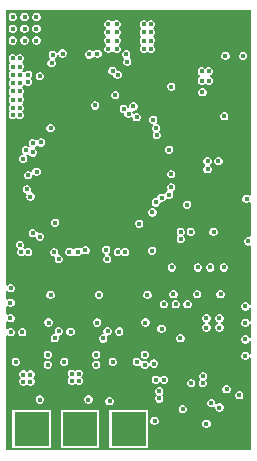
<source format=gbr>
%TF.GenerationSoftware,Altium Limited,Altium Designer,24.6.1 (21)*%
G04 Layer_Physical_Order=2*
G04 Layer_Color=6736896*
%FSLAX26Y26*%
%MOIN*%
%TF.SameCoordinates,E3325630-42F2-41CE-953C-F4D0AC061200*%
%TF.FilePolarity,Positive*%
%TF.FileFunction,Copper,L2,Inr,Signal*%
%TF.Part,Single*%
G01*
G75*
%TA.AperFunction,SMDPad,CuDef*%
%ADD14R,0.118110X0.118110*%
%TA.AperFunction,ViaPad*%
%ADD40C,0.017716*%
G36*
X821360Y854916D02*
X816360Y852845D01*
X814937Y854268D01*
X809843Y856378D01*
X804330D01*
X799237Y854268D01*
X795338Y850370D01*
X793228Y845276D01*
Y839763D01*
X795338Y834670D01*
X799237Y830771D01*
X804330Y828662D01*
X809843D01*
X814937Y830771D01*
X816360Y832195D01*
X821360Y830124D01*
Y717701D01*
X816360Y714360D01*
X815670Y714646D01*
X810157D01*
X805064Y712536D01*
X801165Y708637D01*
X799056Y703544D01*
Y698031D01*
X801165Y692937D01*
X805064Y689039D01*
X810157Y686929D01*
X815670D01*
X816360Y687215D01*
X821360Y683874D01*
Y489567D01*
X816360Y488572D01*
X814898Y492102D01*
X811000Y496000D01*
X805906Y498110D01*
X800393D01*
X795300Y496000D01*
X791401Y492102D01*
X789291Y487009D01*
Y481495D01*
X791401Y476402D01*
X795300Y472504D01*
X800393Y470394D01*
X805906D01*
X811000Y472504D01*
X814898Y476402D01*
X816360Y479932D01*
X821360Y478937D01*
Y434449D01*
X816360Y433454D01*
X814898Y436984D01*
X811000Y440882D01*
X805906Y442992D01*
X800393D01*
X795300Y440882D01*
X791401Y436984D01*
X789291Y431890D01*
Y426377D01*
X791401Y421284D01*
X795300Y417385D01*
X800393Y415276D01*
X805906D01*
X811000Y417385D01*
X814898Y421284D01*
X816360Y424814D01*
X821360Y423819D01*
Y379330D01*
X816360Y378336D01*
X814898Y381866D01*
X811000Y385764D01*
X805906Y387874D01*
X800393D01*
X795300Y385764D01*
X791401Y381866D01*
X789291Y376772D01*
Y371259D01*
X791401Y366166D01*
X795300Y362267D01*
X800393Y360158D01*
X805906D01*
X811000Y362267D01*
X814898Y366166D01*
X816360Y369696D01*
X821360Y368701D01*
Y324212D01*
X816360Y323218D01*
X814898Y326748D01*
X811000Y330646D01*
X805906Y332756D01*
X800393D01*
X795300Y330646D01*
X791401Y326748D01*
X789291Y321654D01*
Y316141D01*
X791401Y311048D01*
X795300Y307149D01*
X800393Y305039D01*
X805906D01*
X811000Y307149D01*
X814898Y311048D01*
X816360Y314577D01*
X821360Y313583D01*
Y5412D01*
X5412D01*
Y386069D01*
X10412Y388140D01*
X12662Y385889D01*
X17755Y383780D01*
X23268D01*
X28362Y385889D01*
X32260Y389788D01*
X34370Y394881D01*
Y400394D01*
X32260Y405488D01*
X28362Y409386D01*
X23268Y411496D01*
X17755D01*
X12662Y409386D01*
X10412Y407136D01*
X5412Y409207D01*
Y432486D01*
X10412Y434557D01*
X11835Y433134D01*
X16928Y431024D01*
X22442D01*
X27535Y433134D01*
X31433Y437032D01*
X33543Y442125D01*
Y447639D01*
X31433Y452732D01*
X27535Y456630D01*
X22442Y458740D01*
X16928D01*
X11835Y456630D01*
X10412Y455207D01*
X5412Y457278D01*
Y483667D01*
X10412Y485738D01*
X11835Y484315D01*
X16928Y482205D01*
X22442D01*
X27535Y484315D01*
X31433Y488213D01*
X33543Y493306D01*
Y498820D01*
X31433Y503913D01*
X27535Y507811D01*
X22442Y509921D01*
X16928D01*
X11835Y507811D01*
X10412Y506388D01*
X5412Y508459D01*
Y533874D01*
X10412Y535595D01*
X13093Y532913D01*
X18186Y530803D01*
X23700D01*
X28793Y532913D01*
X32691Y536812D01*
X34801Y541905D01*
Y547418D01*
X32691Y552511D01*
X28793Y556410D01*
X23700Y558520D01*
X18186D01*
X13093Y556410D01*
X10412Y553728D01*
X5412Y555449D01*
Y1470967D01*
X821360D01*
Y854916D01*
D02*
G37*
%LPC*%
G36*
X30316Y1462677D02*
X24802D01*
X19709Y1460567D01*
X15811Y1456669D01*
X13701Y1451575D01*
Y1446062D01*
X15811Y1440969D01*
X19709Y1437071D01*
X24802Y1434961D01*
X30316D01*
X35409Y1437071D01*
X39307Y1440969D01*
X41417Y1446062D01*
Y1451575D01*
X39307Y1456669D01*
X35409Y1460567D01*
X30316Y1462677D01*
D02*
G37*
G36*
X109056Y1462677D02*
X103543D01*
X98449Y1460567D01*
X94551Y1456669D01*
X92441Y1451575D01*
Y1446062D01*
X94551Y1440969D01*
X98449Y1437070D01*
X103543Y1434961D01*
X109056D01*
X114149Y1437070D01*
X118048Y1440969D01*
X120157Y1446062D01*
Y1451575D01*
X118048Y1456669D01*
X114149Y1460567D01*
X109056Y1462677D01*
D02*
G37*
G36*
X69686D02*
X64172D01*
X59079Y1460567D01*
X55181Y1456669D01*
X53071Y1451575D01*
Y1446062D01*
X55181Y1440969D01*
X59079Y1437070D01*
X64172Y1434961D01*
X69686D01*
X74779Y1437070D01*
X78677Y1440969D01*
X80787Y1446062D01*
Y1451575D01*
X78677Y1456669D01*
X74779Y1460567D01*
X69686Y1462677D01*
D02*
G37*
G36*
X376772Y1439055D02*
X371259D01*
X366166Y1436945D01*
X363222Y1434001D01*
X360236Y1433433D01*
X357251Y1434001D01*
X354307Y1436945D01*
X349213Y1439055D01*
X343700D01*
X338607Y1436945D01*
X334708Y1433047D01*
X332599Y1427954D01*
Y1422440D01*
X334708Y1417347D01*
X337652Y1414403D01*
X338220Y1411417D01*
X337652Y1408432D01*
X334708Y1405488D01*
X332599Y1400394D01*
Y1394881D01*
X334708Y1389788D01*
X337652Y1386844D01*
X338220Y1383858D01*
X337652Y1380873D01*
X334708Y1377929D01*
X332599Y1372835D01*
Y1367322D01*
X334708Y1362229D01*
X337652Y1359285D01*
X338220Y1356299D01*
X337652Y1353314D01*
X334708Y1350370D01*
X332599Y1345276D01*
Y1339763D01*
X334708Y1334670D01*
X338607Y1330771D01*
X343700Y1328661D01*
X349213D01*
X354307Y1330771D01*
X357251Y1333715D01*
X360236Y1334283D01*
X363222Y1333715D01*
X366166Y1330771D01*
X371259Y1328661D01*
X376772D01*
X381866Y1330771D01*
X385764Y1334670D01*
X387874Y1339763D01*
Y1345276D01*
X385764Y1350370D01*
X382820Y1353314D01*
X382252Y1356299D01*
X382820Y1359285D01*
X385764Y1362229D01*
X387874Y1367322D01*
Y1372835D01*
X385764Y1377929D01*
X382820Y1380873D01*
X382252Y1383858D01*
X382820Y1386844D01*
X385764Y1389788D01*
X387874Y1394881D01*
Y1400394D01*
X385764Y1405488D01*
X382820Y1408432D01*
X382252Y1411417D01*
X382820Y1414403D01*
X385764Y1417347D01*
X387874Y1422440D01*
Y1427954D01*
X385764Y1433047D01*
X381866Y1436945D01*
X376772Y1439055D01*
D02*
G37*
G36*
X490945D02*
X485432D01*
X480339Y1436945D01*
X479644Y1436251D01*
X476378Y1433107D01*
X473111Y1436251D01*
X472417Y1436945D01*
X467324Y1439055D01*
X461810D01*
X456717Y1436945D01*
X452818Y1433047D01*
X450709Y1427954D01*
Y1422440D01*
X452818Y1417347D01*
X455762Y1414403D01*
X456330Y1411417D01*
X455762Y1408432D01*
X452818Y1405488D01*
X450709Y1400394D01*
Y1394881D01*
X452818Y1389788D01*
X455762Y1386844D01*
X456330Y1383858D01*
X455762Y1380873D01*
X452818Y1377929D01*
X450709Y1372835D01*
Y1367322D01*
X452818Y1362229D01*
X455762Y1359285D01*
X456330Y1356299D01*
X455762Y1353314D01*
X452818Y1350370D01*
X450709Y1345276D01*
Y1339763D01*
X452818Y1334670D01*
X456717Y1330771D01*
X461810Y1328661D01*
X467324D01*
X472417Y1330771D01*
X473111Y1331466D01*
X476378Y1334609D01*
X479644Y1331466D01*
X480339Y1330771D01*
X485432Y1328661D01*
X490945D01*
X496039Y1330771D01*
X499937Y1334670D01*
X502047Y1339763D01*
Y1345276D01*
X499937Y1350370D01*
X496993Y1353314D01*
X496425Y1356299D01*
X496993Y1359285D01*
X499937Y1362229D01*
X502047Y1367322D01*
Y1372835D01*
X499937Y1377929D01*
X496993Y1380873D01*
X496425Y1383858D01*
X496993Y1386844D01*
X499937Y1389788D01*
X502047Y1394881D01*
Y1400394D01*
X499937Y1405488D01*
X496993Y1408432D01*
X496425Y1411417D01*
X496993Y1414403D01*
X499937Y1417347D01*
X502047Y1422440D01*
Y1427954D01*
X499937Y1433047D01*
X496039Y1436945D01*
X490945Y1439055D01*
D02*
G37*
G36*
X109056Y1423307D02*
X103543D01*
X98449Y1421197D01*
X94551Y1417299D01*
X92441Y1412205D01*
Y1406692D01*
X94551Y1401599D01*
X98449Y1397700D01*
X103543Y1395591D01*
X109056D01*
X114149Y1397700D01*
X118047Y1401599D01*
X120157Y1406692D01*
Y1412205D01*
X118047Y1417299D01*
X114149Y1421197D01*
X109056Y1423307D01*
D02*
G37*
G36*
X69686D02*
X64172D01*
X59079Y1421197D01*
X55181Y1417299D01*
X53071Y1412205D01*
Y1406692D01*
X55181Y1401599D01*
X59079Y1397700D01*
X64172Y1395591D01*
X69686D01*
X74779Y1397700D01*
X78677Y1401599D01*
X80787Y1406692D01*
Y1412205D01*
X78677Y1417299D01*
X74779Y1421197D01*
X69686Y1423307D01*
D02*
G37*
G36*
X30316D02*
X24802D01*
X19709Y1421197D01*
X15811Y1417299D01*
X13701Y1412205D01*
Y1406692D01*
X15811Y1401599D01*
X19709Y1397700D01*
X24802Y1395591D01*
X30316D01*
X35409Y1397700D01*
X39307Y1401599D01*
X41417Y1406692D01*
Y1412205D01*
X39307Y1417299D01*
X35409Y1421197D01*
X30316Y1423307D01*
D02*
G37*
G36*
X69686Y1383937D02*
X64172D01*
X59079Y1381827D01*
X55181Y1377929D01*
X53071Y1372835D01*
Y1367322D01*
X55181Y1362229D01*
X59079Y1358330D01*
X64172Y1356221D01*
X69686D01*
X74779Y1358330D01*
X78677Y1362229D01*
X80787Y1367322D01*
Y1372835D01*
X78677Y1377929D01*
X74779Y1381827D01*
X69686Y1383937D01*
D02*
G37*
G36*
X30316D02*
X24802D01*
X19709Y1381827D01*
X15811Y1377929D01*
X13701Y1372835D01*
Y1367322D01*
X15811Y1362229D01*
X19709Y1358330D01*
X24802Y1356221D01*
X30316D01*
X35409Y1358330D01*
X39307Y1362229D01*
X41417Y1367322D01*
Y1372835D01*
X39307Y1377929D01*
X35409Y1381827D01*
X30316Y1383937D01*
D02*
G37*
G36*
X109056Y1383937D02*
X103543D01*
X98449Y1381827D01*
X94551Y1377929D01*
X92441Y1372835D01*
Y1367322D01*
X94551Y1362229D01*
X98449Y1358330D01*
X103543Y1356220D01*
X109056D01*
X114149Y1358330D01*
X118047Y1362229D01*
X120157Y1367322D01*
Y1372835D01*
X118047Y1377929D01*
X114149Y1381827D01*
X109056Y1383937D01*
D02*
G37*
G36*
X312534Y1339842D02*
X307021D01*
X301928Y1337733D01*
X298319Y1334124D01*
X297750Y1333815D01*
X292459Y1333452D01*
X290186Y1335725D01*
X285092Y1337835D01*
X279579D01*
X274486Y1335725D01*
X270587Y1331826D01*
X268478Y1326733D01*
Y1321220D01*
X270587Y1316127D01*
X274486Y1312228D01*
X279579Y1310118D01*
X285092D01*
X290186Y1312228D01*
X293794Y1315836D01*
X294364Y1316146D01*
X299655Y1316509D01*
X301928Y1314236D01*
X307021Y1312126D01*
X312534D01*
X317628Y1314236D01*
X321526Y1318134D01*
X323636Y1323228D01*
Y1328741D01*
X321526Y1333834D01*
X317628Y1337733D01*
X312534Y1339842D01*
D02*
G37*
G36*
X196497Y1340630D02*
X190983D01*
X185890Y1338520D01*
X181992Y1334622D01*
X179882Y1329528D01*
Y1327853D01*
X179882Y1327536D01*
X174882Y1326542D01*
X174672Y1327048D01*
X173166Y1330685D01*
X169267Y1334583D01*
X164174Y1336693D01*
X158661D01*
X153567Y1334583D01*
X149669Y1330685D01*
X147559Y1325591D01*
Y1320078D01*
X149669Y1314985D01*
X151484Y1313169D01*
X150509Y1307353D01*
X149025Y1306738D01*
X145127Y1302840D01*
X143017Y1297747D01*
Y1292234D01*
X145127Y1287140D01*
X149025Y1283242D01*
X154118Y1281132D01*
X159632D01*
X164725Y1283242D01*
X168623Y1287140D01*
X170733Y1292234D01*
Y1297747D01*
X168623Y1302840D01*
X166808Y1304656D01*
X167784Y1310472D01*
X169267Y1311086D01*
X173166Y1314985D01*
X175275Y1320078D01*
Y1321753D01*
X175276Y1322070D01*
X180275Y1323065D01*
X180485Y1322558D01*
X181992Y1318922D01*
X185890Y1315023D01*
X190983Y1312914D01*
X196497D01*
X201590Y1315023D01*
X205488Y1318922D01*
X207598Y1324015D01*
Y1329528D01*
X205488Y1334622D01*
X201590Y1338520D01*
X196497Y1340630D01*
D02*
G37*
G36*
X53938Y1324882D02*
X48425D01*
X43331Y1322772D01*
X42636Y1322078D01*
X39370Y1318934D01*
X36104Y1322078D01*
X35409Y1322772D01*
X30316Y1324882D01*
X24802D01*
X19709Y1322772D01*
X15811Y1318874D01*
X13701Y1313780D01*
Y1308267D01*
X15811Y1303174D01*
X18755Y1300230D01*
X19323Y1297244D01*
X18755Y1294259D01*
X15811Y1291315D01*
X13701Y1286221D01*
Y1280708D01*
X15811Y1275615D01*
X18755Y1272671D01*
X19323Y1269685D01*
X18755Y1266700D01*
X15811Y1263756D01*
X13701Y1258662D01*
Y1253149D01*
X15811Y1248056D01*
X18755Y1245112D01*
X19323Y1242126D01*
X18755Y1239140D01*
X15811Y1236197D01*
X13701Y1231103D01*
Y1225590D01*
X15811Y1220496D01*
X18755Y1217553D01*
X19323Y1214567D01*
X18755Y1211581D01*
X15811Y1208637D01*
X13701Y1203544D01*
Y1198031D01*
X15811Y1192937D01*
X18755Y1189993D01*
X19323Y1187008D01*
X18755Y1184022D01*
X15811Y1181078D01*
X13701Y1175985D01*
Y1170472D01*
X15811Y1165378D01*
X18755Y1162434D01*
X19323Y1159449D01*
X18755Y1156463D01*
X15811Y1153519D01*
X13701Y1148426D01*
Y1142913D01*
X15811Y1137819D01*
X16505Y1137125D01*
X19649Y1133858D01*
X16505Y1130592D01*
X15811Y1129897D01*
X13701Y1124804D01*
Y1119291D01*
X15811Y1114197D01*
X19709Y1110299D01*
X24802Y1108189D01*
X30316D01*
X35409Y1110299D01*
X36104Y1110993D01*
X39370Y1114137D01*
X42636Y1110993D01*
X43331Y1110299D01*
X48425Y1108189D01*
X53938D01*
X59031Y1110299D01*
X62929Y1114197D01*
X65039Y1119291D01*
Y1124804D01*
X62929Y1129897D01*
X62235Y1130592D01*
X59092Y1133858D01*
X62235Y1137125D01*
X62929Y1137819D01*
X65039Y1142913D01*
Y1148426D01*
X62929Y1153519D01*
X59986Y1156463D01*
X59418Y1159449D01*
X59986Y1162434D01*
X62929Y1165378D01*
X65039Y1170472D01*
Y1175985D01*
X62929Y1181078D01*
X59986Y1184022D01*
X59418Y1187008D01*
X59986Y1189993D01*
X62929Y1192937D01*
X65039Y1198031D01*
Y1203544D01*
X62929Y1208637D01*
X59986Y1211581D01*
X59418Y1214567D01*
X59986Y1217553D01*
X62929Y1220496D01*
X63276Y1221333D01*
X69099Y1222326D01*
X70890Y1220535D01*
X75984Y1218425D01*
X81497D01*
X86590Y1220535D01*
X90489Y1224434D01*
X92598Y1229527D01*
Y1235040D01*
X90489Y1240134D01*
X89794Y1240828D01*
X86651Y1244095D01*
X89794Y1247361D01*
X90489Y1248056D01*
X92598Y1253149D01*
Y1258662D01*
X90489Y1263756D01*
X86590Y1267654D01*
X81497Y1269764D01*
X75984D01*
X70890Y1267654D01*
X67946Y1264710D01*
X64961Y1264142D01*
X61975Y1264710D01*
X59986Y1266700D01*
X59418Y1269685D01*
X59986Y1272671D01*
X62929Y1275615D01*
X65039Y1280708D01*
Y1286221D01*
X62929Y1291315D01*
X59986Y1294259D01*
X59418Y1297244D01*
X59986Y1300230D01*
X62929Y1303174D01*
X65039Y1308267D01*
Y1313780D01*
X62929Y1318874D01*
X59031Y1322772D01*
X53938Y1324882D01*
D02*
G37*
G36*
X798032Y1332756D02*
X792519D01*
X787426Y1330646D01*
X783527Y1326748D01*
X781417Y1321654D01*
Y1316141D01*
X783527Y1311048D01*
X787426Y1307149D01*
X792519Y1305039D01*
X798032D01*
X803126Y1307149D01*
X807024Y1311048D01*
X809134Y1316141D01*
Y1321654D01*
X807024Y1326748D01*
X803126Y1330646D01*
X798032Y1332756D01*
D02*
G37*
G36*
X738977D02*
X733464D01*
X728370Y1330646D01*
X724472Y1326748D01*
X722362Y1321654D01*
Y1316141D01*
X724472Y1311048D01*
X728370Y1307149D01*
X733464Y1305039D01*
X738977D01*
X744071Y1307149D01*
X747969Y1311048D01*
X750079Y1316141D01*
Y1321654D01*
X747969Y1326748D01*
X744071Y1330646D01*
X738977Y1332756D01*
D02*
G37*
G36*
X408347Y1338583D02*
X402834D01*
X397741Y1336473D01*
X393842Y1332574D01*
X391732Y1327481D01*
Y1321968D01*
X393842Y1316874D01*
X397740Y1312976D01*
X398067Y1307429D01*
X397700Y1307063D01*
X395591Y1301969D01*
Y1296456D01*
X397700Y1291363D01*
X401599Y1287464D01*
X406692Y1285354D01*
X412205D01*
X417299Y1287464D01*
X421197Y1291363D01*
X423307Y1296456D01*
Y1301969D01*
X421197Y1307063D01*
X417299Y1310961D01*
X416973Y1316508D01*
X417339Y1316874D01*
X419449Y1321968D01*
Y1327481D01*
X417339Y1332574D01*
X413441Y1336473D01*
X408347Y1338583D01*
D02*
G37*
G36*
X683859Y1281575D02*
X678346D01*
X673252Y1279465D01*
X672558Y1278770D01*
X669291Y1275627D01*
X666025Y1278770D01*
X665330Y1279465D01*
X660237Y1281575D01*
X654724D01*
X649630Y1279465D01*
X645732Y1275566D01*
X643622Y1270473D01*
Y1264960D01*
X645732Y1259867D01*
X649630Y1255968D01*
X652753Y1254675D01*
Y1249262D01*
X649630Y1247969D01*
X645732Y1244070D01*
X643622Y1238977D01*
Y1233464D01*
X645732Y1228370D01*
X649630Y1224472D01*
X654724Y1222362D01*
X660237D01*
X665330Y1224472D01*
X666025Y1225167D01*
X669291Y1228310D01*
X672558Y1225167D01*
X673252Y1224472D01*
X678346Y1222362D01*
X683859D01*
X688952Y1224472D01*
X692851Y1228370D01*
X694961Y1233464D01*
Y1238977D01*
X692851Y1244070D01*
X688952Y1247969D01*
X685829Y1249262D01*
Y1254675D01*
X688952Y1255968D01*
X692851Y1259867D01*
X694961Y1264960D01*
Y1270473D01*
X692851Y1275566D01*
X688952Y1279465D01*
X683859Y1281575D01*
D02*
G37*
G36*
X363005Y1282933D02*
X357492D01*
X352398Y1280823D01*
X348500Y1276925D01*
X346390Y1271831D01*
Y1266318D01*
X348500Y1261225D01*
X352398Y1257326D01*
X357492Y1255217D01*
X363005D01*
X363110Y1255146D01*
Y1253149D01*
X365220Y1248055D01*
X369118Y1244157D01*
X374212Y1242047D01*
X379725D01*
X384818Y1244157D01*
X388717Y1248055D01*
X390827Y1253149D01*
Y1258662D01*
X388717Y1263755D01*
X384818Y1267654D01*
X379725Y1269764D01*
X374212D01*
X374106Y1269834D01*
Y1271831D01*
X371997Y1276925D01*
X368098Y1280823D01*
X363005Y1282933D01*
D02*
G37*
G36*
X120867Y1265827D02*
X115354D01*
X110260Y1263717D01*
X106362Y1259819D01*
X104252Y1254725D01*
Y1249212D01*
X106362Y1244119D01*
X110260Y1240220D01*
X115354Y1238110D01*
X120867D01*
X125960Y1240220D01*
X129859Y1244119D01*
X131968Y1249212D01*
Y1254725D01*
X129859Y1259819D01*
X125960Y1263717D01*
X120867Y1265827D01*
D02*
G37*
G36*
X558859Y1230393D02*
X553346D01*
X548252Y1228284D01*
X544354Y1224385D01*
X542244Y1219292D01*
Y1213779D01*
X544354Y1208685D01*
X548252Y1204787D01*
X553346Y1202677D01*
X558859D01*
X563952Y1204787D01*
X567851Y1208685D01*
X569961Y1213779D01*
Y1219292D01*
X567851Y1224385D01*
X563952Y1228284D01*
X558859Y1230393D01*
D02*
G37*
G36*
X662599Y1211496D02*
X657086D01*
X651992Y1209386D01*
X648094Y1205488D01*
X645984Y1200394D01*
Y1194881D01*
X648094Y1189788D01*
X651992Y1185889D01*
X657086Y1183780D01*
X662599D01*
X667692Y1185889D01*
X671591Y1189788D01*
X673701Y1194881D01*
Y1200394D01*
X671591Y1205488D01*
X667692Y1209386D01*
X662599Y1211496D01*
D02*
G37*
G36*
X371655Y1202480D02*
X366142D01*
X361048Y1200370D01*
X357150Y1196472D01*
X355040Y1191378D01*
Y1185865D01*
X357150Y1180772D01*
X361048Y1176873D01*
X366142Y1174763D01*
X371655D01*
X376748Y1176873D01*
X380647Y1180772D01*
X382757Y1185865D01*
Y1191378D01*
X380647Y1196472D01*
X376748Y1200370D01*
X371655Y1202480D01*
D02*
G37*
G36*
X432714Y1164317D02*
X427201D01*
X422107Y1162207D01*
X418209Y1158309D01*
X416099Y1153215D01*
Y1147702D01*
X416143Y1147597D01*
X412418Y1143524D01*
X411181Y1143911D01*
Y1144804D01*
X409071Y1149897D01*
X405173Y1153796D01*
X400079Y1155905D01*
X394566D01*
X389473Y1153796D01*
X385574Y1149897D01*
X383465Y1144804D01*
Y1139291D01*
X385574Y1134197D01*
X389473Y1130299D01*
X394566Y1128189D01*
X399528D01*
Y1123228D01*
X401637Y1118134D01*
X405536Y1114236D01*
X410629Y1112126D01*
X416142D01*
X421236Y1114236D01*
X421649Y1114649D01*
X426649Y1112578D01*
Y1111855D01*
X428758Y1106761D01*
X432657Y1102863D01*
X437750Y1100753D01*
X443263D01*
X448357Y1102863D01*
X452255Y1106761D01*
X454365Y1111855D01*
Y1117368D01*
X452255Y1122461D01*
X448357Y1126360D01*
X443263Y1128469D01*
X437750D01*
X432657Y1126360D01*
X432244Y1125947D01*
X427478Y1127921D01*
X426147Y1132638D01*
X428814Y1136475D01*
X428988Y1136600D01*
X432714D01*
X437807Y1138710D01*
X441706Y1142609D01*
X443816Y1147702D01*
Y1153215D01*
X441706Y1158309D01*
X437807Y1162207D01*
X432714Y1164317D01*
D02*
G37*
G36*
X304611Y1168012D02*
X299098D01*
X294005Y1165902D01*
X290106Y1162004D01*
X287996Y1156910D01*
Y1151397D01*
X290106Y1146304D01*
X294005Y1142405D01*
X299098Y1140295D01*
X304611D01*
X309705Y1142405D01*
X313603Y1146304D01*
X315713Y1151397D01*
Y1156910D01*
X313603Y1162004D01*
X309705Y1165902D01*
X304611Y1168012D01*
D02*
G37*
G36*
X735039Y1131966D02*
X729525D01*
X724432Y1129856D01*
X720534Y1125958D01*
X718424Y1120864D01*
Y1115351D01*
X720534Y1110258D01*
X724432Y1106360D01*
X729525Y1104250D01*
X735039D01*
X740132Y1106360D01*
X744030Y1110258D01*
X746140Y1115351D01*
Y1120864D01*
X744030Y1125958D01*
X740132Y1129856D01*
X735039Y1131966D01*
D02*
G37*
G36*
X156300Y1092520D02*
X150787D01*
X145693Y1090410D01*
X141795Y1086511D01*
X139685Y1081418D01*
Y1075905D01*
X141795Y1070811D01*
X145693Y1066913D01*
X150787Y1064803D01*
X156300D01*
X161393Y1066913D01*
X165292Y1070811D01*
X167401Y1075905D01*
Y1081418D01*
X165292Y1086511D01*
X161393Y1090410D01*
X156300Y1092520D01*
D02*
G37*
G36*
X498820Y1120157D02*
X493306D01*
X488213Y1118048D01*
X484315Y1114149D01*
X482205Y1109056D01*
Y1103543D01*
X484315Y1098449D01*
X488213Y1094551D01*
X493306Y1092441D01*
X493942D01*
X496013Y1087441D01*
X494173Y1085600D01*
X492063Y1080507D01*
Y1074994D01*
X494173Y1069900D01*
X498071Y1066002D01*
X498252Y1065094D01*
X496126Y1062968D01*
X494016Y1057875D01*
Y1052361D01*
X496126Y1047268D01*
X500024Y1043370D01*
X505117Y1041260D01*
X510631D01*
X515724Y1043370D01*
X519622Y1047268D01*
X521732Y1052361D01*
Y1057875D01*
X519622Y1062968D01*
X515724Y1066866D01*
X515543Y1067774D01*
X517669Y1069900D01*
X519779Y1074994D01*
Y1080507D01*
X517669Y1085600D01*
X513771Y1089499D01*
X508678Y1091609D01*
X508042D01*
X505971Y1096609D01*
X507811Y1098449D01*
X509921Y1103543D01*
Y1109056D01*
X507811Y1114149D01*
X503913Y1118048D01*
X498820Y1120157D01*
D02*
G37*
G36*
X124642Y1044744D02*
X119129D01*
X114035Y1042634D01*
X110137Y1038736D01*
X109998Y1038400D01*
X104193Y1037452D01*
X102338Y1039307D01*
X97245Y1041417D01*
X91732D01*
X86638Y1039307D01*
X82740Y1035409D01*
X80630Y1030316D01*
Y1024803D01*
X82740Y1019709D01*
X85281Y1017168D01*
X84869Y1014713D01*
X80547Y1013855D01*
X78716Y1015685D01*
X73623Y1017795D01*
X68109D01*
X63016Y1015685D01*
X59118Y1011787D01*
X57008Y1006694D01*
Y1001180D01*
X59118Y996087D01*
X60299Y994906D01*
X60092Y993045D01*
X58672Y989462D01*
X54651Y987796D01*
X50752Y983898D01*
X48643Y978804D01*
Y973291D01*
X50752Y968198D01*
X54651Y964299D01*
X59744Y962189D01*
X65257D01*
X70351Y964299D01*
X74249Y968198D01*
X76359Y973291D01*
Y978804D01*
X74249Y983898D01*
X73068Y985079D01*
X73275Y986940D01*
X74695Y990523D01*
X76665Y991339D01*
X82740Y989738D01*
X86638Y985840D01*
X91732Y983730D01*
X97245D01*
X102338Y985840D01*
X106237Y989738D01*
X108346Y994832D01*
Y1000345D01*
X106237Y1005438D01*
X102338Y1009337D01*
X101056Y1009868D01*
Y1015280D01*
X102338Y1015811D01*
X106237Y1019709D01*
X106376Y1020045D01*
X112180Y1020992D01*
X114035Y1019137D01*
X119129Y1017028D01*
X124642D01*
X129735Y1019137D01*
X133634Y1023036D01*
X135744Y1028129D01*
Y1033642D01*
X133634Y1038736D01*
X129735Y1042634D01*
X124642Y1044744D01*
D02*
G37*
G36*
X551525Y1020305D02*
X546012D01*
X540918Y1018195D01*
X537020Y1014297D01*
X534910Y1009203D01*
Y1003690D01*
X537020Y998597D01*
X540918Y994698D01*
X546012Y992588D01*
X551525D01*
X556618Y994698D01*
X560517Y998597D01*
X562626Y1003690D01*
Y1009203D01*
X560517Y1014297D01*
X556618Y1018195D01*
X551525Y1020305D01*
D02*
G37*
G36*
X715965Y982362D02*
X710452D01*
X705359Y980252D01*
X701460Y976354D01*
X699351Y971260D01*
Y965747D01*
X701460Y960654D01*
X705359Y956755D01*
X710452Y954646D01*
X715965D01*
X721059Y956755D01*
X724957Y960654D01*
X727067Y965747D01*
Y971260D01*
X724957Y976354D01*
X721059Y980252D01*
X715965Y982362D01*
D02*
G37*
G36*
X109883Y946929D02*
X104369D01*
X99276Y944819D01*
X95378Y940921D01*
X93268Y935827D01*
Y933402D01*
X88268Y931331D01*
X86590Y933008D01*
X81497Y935118D01*
X75984D01*
X70890Y933008D01*
X66992Y929110D01*
X64882Y924016D01*
Y918503D01*
X66992Y913410D01*
X70890Y909511D01*
X75984Y907402D01*
X81497D01*
X86590Y909511D01*
X90489Y913410D01*
X92598Y918503D01*
Y920929D01*
X97598Y923000D01*
X99276Y921322D01*
X104369Y919213D01*
X109883D01*
X114976Y921322D01*
X118874Y925221D01*
X120984Y930314D01*
Y935827D01*
X118874Y940921D01*
X114976Y944819D01*
X109883Y946929D01*
D02*
G37*
G36*
X679725Y982362D02*
X674212D01*
X669119Y980252D01*
X665220Y976354D01*
X663110Y971260D01*
Y965747D01*
X665220Y960654D01*
X668164Y957710D01*
X668732Y954724D01*
X668164Y951739D01*
X665220Y948795D01*
X663110Y943702D01*
Y938188D01*
X665220Y933095D01*
X669119Y929197D01*
X674212Y927087D01*
X679725D01*
X684818Y929197D01*
X688717Y933095D01*
X690827Y938188D01*
Y943702D01*
X688717Y948795D01*
X685773Y951739D01*
X685205Y954724D01*
X685773Y957710D01*
X688717Y960654D01*
X690827Y965747D01*
Y971260D01*
X688717Y976354D01*
X684818Y980252D01*
X679725Y982362D01*
D02*
G37*
G36*
X557875Y939055D02*
X552362D01*
X547268Y936945D01*
X543370Y933047D01*
X541260Y927953D01*
Y922440D01*
X543370Y917347D01*
X547268Y913448D01*
X552362Y911339D01*
X557875D01*
X562968Y913448D01*
X566867Y917347D01*
X568976Y922440D01*
Y927953D01*
X566867Y933047D01*
X562968Y936945D01*
X557875Y939055D01*
D02*
G37*
G36*
X557875Y895748D02*
X552361D01*
X547268Y893638D01*
X543370Y889740D01*
X541260Y884646D01*
Y879133D01*
X543370Y874040D01*
X541638Y868700D01*
X541241Y868536D01*
X537343Y864638D01*
X535733Y860752D01*
X533077Y859100D01*
X530233Y858513D01*
X526281Y860150D01*
X520768D01*
X515674Y858040D01*
X511776Y854142D01*
X509666Y849048D01*
Y848748D01*
X506694Y844567D01*
X505046Y844567D01*
X501180D01*
X496087Y842457D01*
X492189Y838559D01*
X490079Y833465D01*
Y827952D01*
X492189Y822859D01*
X496087Y818960D01*
X501180Y816850D01*
X506694D01*
X511787Y818960D01*
X515686Y822859D01*
X517795Y827952D01*
Y828253D01*
X520768Y832433D01*
X522415Y832433D01*
X526281D01*
X531374Y834543D01*
X535273Y838442D01*
X536882Y842327D01*
X539538Y843980D01*
X542382Y844566D01*
X546334Y842929D01*
X551848D01*
X556941Y845039D01*
X560839Y848938D01*
X562949Y854031D01*
Y859544D01*
X560839Y864638D01*
X562571Y869977D01*
X562968Y870141D01*
X566866Y874040D01*
X568976Y879133D01*
Y884646D01*
X566866Y889740D01*
X562968Y893638D01*
X557875Y895748D01*
D02*
G37*
G36*
X77560Y887874D02*
X72047D01*
X66953Y885764D01*
X63055Y881866D01*
X60945Y876772D01*
Y871259D01*
X63055Y866166D01*
X66953Y862267D01*
X70862Y860648D01*
X72130Y859886D01*
X73588Y855158D01*
X72756Y853149D01*
Y847635D01*
X74866Y842542D01*
X78764Y838644D01*
X83857Y836534D01*
X89371D01*
X94464Y838644D01*
X98362Y842542D01*
X100472Y847635D01*
Y853149D01*
X98362Y858242D01*
X94464Y862140D01*
X90555Y863760D01*
X89287Y864522D01*
X87829Y869250D01*
X88661Y871259D01*
Y876772D01*
X86552Y881866D01*
X82653Y885764D01*
X77560Y887874D01*
D02*
G37*
G36*
X611418Y836693D02*
X605905D01*
X600811Y834583D01*
X596913Y830685D01*
X594803Y825591D01*
Y820078D01*
X596913Y814985D01*
X600811Y811086D01*
X605905Y808976D01*
X611418D01*
X616511Y811086D01*
X620410Y814985D01*
X622519Y820078D01*
Y825591D01*
X620410Y830685D01*
X616511Y834583D01*
X611418Y836693D01*
D02*
G37*
G36*
X495847Y810957D02*
X490334D01*
X485240Y808847D01*
X481342Y804948D01*
X479232Y799855D01*
Y794342D01*
X481342Y789249D01*
X485240Y785350D01*
X490334Y783240D01*
X495847D01*
X500940Y785350D01*
X504839Y789249D01*
X506949Y794342D01*
Y799855D01*
X504839Y804948D01*
X500940Y808847D01*
X495847Y810957D01*
D02*
G37*
G36*
X171524Y776715D02*
X166011D01*
X160917Y774605D01*
X157019Y770707D01*
X154909Y765613D01*
Y760100D01*
X157019Y755007D01*
X160917Y751108D01*
X166011Y748998D01*
X171524D01*
X176617Y751108D01*
X180516Y755007D01*
X182625Y760100D01*
Y765613D01*
X180516Y770707D01*
X176617Y774605D01*
X171524Y776715D01*
D02*
G37*
G36*
X451575Y773701D02*
X446062D01*
X440969Y771591D01*
X437070Y767692D01*
X434961Y762599D01*
Y757086D01*
X437070Y751992D01*
X440969Y748094D01*
X446062Y745984D01*
X451575D01*
X456669Y748094D01*
X460567Y751992D01*
X462677Y757086D01*
Y762599D01*
X460567Y767692D01*
X456669Y771591D01*
X451575Y773701D01*
D02*
G37*
G36*
X623446Y746142D02*
X617932D01*
X612839Y744032D01*
X608941Y740134D01*
X606831Y735040D01*
Y729527D01*
X608941Y724433D01*
X612839Y720535D01*
X617932Y718425D01*
X623446D01*
X628539Y720535D01*
X632437Y724433D01*
X634547Y729527D01*
Y735040D01*
X632437Y740134D01*
X628539Y744032D01*
X623446Y746142D01*
D02*
G37*
G36*
X699606Y746140D02*
X694092D01*
X688999Y744030D01*
X685101Y740132D01*
X682991Y735039D01*
Y729525D01*
X685101Y724432D01*
X688999Y720534D01*
X694092Y718424D01*
X699606D01*
X704699Y720534D01*
X708597Y724432D01*
X710707Y729525D01*
Y735039D01*
X708597Y740132D01*
X704699Y744030D01*
X699606Y746140D01*
D02*
G37*
G36*
X97245Y742205D02*
X91732D01*
X86638Y740095D01*
X82740Y736197D01*
X80630Y731103D01*
Y725590D01*
X82740Y720496D01*
X86638Y716598D01*
X91732Y714488D01*
X97245D01*
X99252Y715320D01*
X103981Y713862D01*
X104743Y712594D01*
X106362Y708685D01*
X110260Y704787D01*
X115354Y702677D01*
X120867D01*
X125960Y704787D01*
X129859Y708685D01*
X131968Y713779D01*
Y719292D01*
X129859Y724385D01*
X125960Y728284D01*
X120867Y730394D01*
X115354D01*
X113346Y729562D01*
X108617Y731020D01*
X107856Y732288D01*
X106237Y736197D01*
X102338Y740095D01*
X97245Y742205D01*
D02*
G37*
G36*
X589957Y746142D02*
X584444D01*
X579351Y744032D01*
X575452Y740134D01*
X573343Y735040D01*
Y729527D01*
X575452Y724433D01*
X576147Y723739D01*
X579290Y720472D01*
X576147Y717206D01*
X575452Y716511D01*
X573343Y711418D01*
Y705905D01*
X575452Y700811D01*
X579351Y696913D01*
X584444Y694803D01*
X589957D01*
X595051Y696913D01*
X598949Y700811D01*
X601059Y705905D01*
Y711418D01*
X598949Y716511D01*
X598255Y717206D01*
X595111Y720472D01*
X598255Y723739D01*
X598949Y724433D01*
X601059Y729527D01*
Y735040D01*
X598949Y740134D01*
X595051Y744032D01*
X589957Y746142D01*
D02*
G37*
G36*
X272686Y685362D02*
X267172D01*
X262079Y683252D01*
X258181Y679354D01*
X257766Y678352D01*
X251944Y677103D01*
X246851Y679212D01*
X241338D01*
X236244Y677103D01*
X233300Y674159D01*
X230315Y673591D01*
X227329Y674159D01*
X224385Y677103D01*
X219292Y679212D01*
X213779D01*
X208685Y677103D01*
X204787Y673204D01*
X202677Y668111D01*
Y662598D01*
X204787Y657504D01*
X208685Y653606D01*
X213779Y651496D01*
X219292D01*
X224385Y653606D01*
X227329Y656550D01*
X230315Y657118D01*
X233300Y656550D01*
X236244Y653606D01*
X241338Y651496D01*
X246851D01*
X251944Y653606D01*
X255843Y657504D01*
X256258Y658506D01*
X262079Y659755D01*
X267172Y657646D01*
X272686D01*
X277779Y659755D01*
X281677Y663654D01*
X283787Y668747D01*
Y674260D01*
X281677Y679354D01*
X277779Y683252D01*
X272686Y685362D01*
D02*
G37*
G36*
X404331Y679212D02*
X398818D01*
X393725Y677103D01*
X393030Y676408D01*
X389764Y673265D01*
X386497Y676408D01*
X385803Y677103D01*
X380709Y679212D01*
X375196D01*
X370103Y677103D01*
X366204Y673204D01*
X364095Y668111D01*
Y662598D01*
X366204Y657504D01*
X370103Y653606D01*
X375196Y651496D01*
X380709D01*
X385803Y653606D01*
X386497Y654301D01*
X389764Y657444D01*
X393030Y654301D01*
X393725Y653606D01*
X398818Y651496D01*
X404331D01*
X409425Y653606D01*
X413323Y657504D01*
X415433Y662598D01*
Y668111D01*
X413323Y673204D01*
X409425Y677103D01*
X404331Y679212D01*
D02*
G37*
G36*
X494883Y683149D02*
X489369D01*
X484276Y681040D01*
X480378Y677141D01*
X478268Y672048D01*
Y666535D01*
X480378Y661441D01*
X484276Y657543D01*
X489369Y655433D01*
X494883D01*
X499976Y657543D01*
X503874Y661441D01*
X505984Y666535D01*
Y672048D01*
X503874Y677141D01*
X499976Y681040D01*
X494883Y683149D01*
D02*
G37*
G36*
X53938Y702835D02*
X48425D01*
X43331Y700725D01*
X39433Y696826D01*
X37323Y691733D01*
Y686220D01*
X39433Y681126D01*
X43331Y677228D01*
X44005Y673840D01*
X43370Y673204D01*
X41260Y668111D01*
Y662598D01*
X43370Y657504D01*
X47268Y653606D01*
X52361Y651496D01*
X57875D01*
X62968Y653606D01*
X63663Y654301D01*
X66929Y657444D01*
X70196Y654301D01*
X70890Y653606D01*
X75984Y651496D01*
X81497D01*
X86590Y653606D01*
X90489Y657504D01*
X92598Y662598D01*
Y668111D01*
X90489Y673204D01*
X86590Y677103D01*
X81497Y679212D01*
X75984D01*
X70890Y677103D01*
X70196Y676408D01*
X68316Y674599D01*
X63726Y677122D01*
X62929Y681126D01*
X65039Y686220D01*
Y691733D01*
X62929Y696826D01*
X59031Y700725D01*
X53938Y702835D01*
D02*
G37*
G36*
X341950Y686582D02*
X336436D01*
X331343Y684472D01*
X327445Y680574D01*
X325335Y675480D01*
Y669967D01*
X327445Y664874D01*
X331343Y660975D01*
X335481Y659261D01*
X336144Y655792D01*
X335978Y654055D01*
X334591Y653481D01*
X330693Y649582D01*
X328583Y644489D01*
Y638976D01*
X330693Y633882D01*
X334591Y629984D01*
X339684Y627874D01*
X345198D01*
X350291Y629984D01*
X354189Y633882D01*
X356299Y638976D01*
Y644489D01*
X354189Y649582D01*
X350291Y653481D01*
X346153Y655195D01*
X345490Y658664D01*
X345656Y660401D01*
X347043Y660975D01*
X350941Y664874D01*
X353051Y669967D01*
Y675480D01*
X350941Y680574D01*
X347043Y684472D01*
X341950Y686582D01*
D02*
G37*
G36*
X168111Y678602D02*
X162598D01*
X157504Y676492D01*
X153606Y672594D01*
X151496Y667501D01*
Y661987D01*
X153606Y656894D01*
X157504Y652996D01*
X162598Y650886D01*
X164403D01*
X167744Y645886D01*
X167165Y644489D01*
Y638976D01*
X169275Y633882D01*
X173174Y629984D01*
X178267Y627874D01*
X183780D01*
X188874Y629984D01*
X192772Y633882D01*
X194882Y638976D01*
Y644489D01*
X192772Y649582D01*
X188874Y653481D01*
X183780Y655591D01*
X181975D01*
X178634Y660591D01*
X179213Y661987D01*
Y667501D01*
X177103Y672594D01*
X173204Y676492D01*
X168111Y678602D01*
D02*
G37*
G36*
X734056Y628031D02*
X728543D01*
X723449Y625922D01*
X719551Y622023D01*
X717441Y616930D01*
Y611417D01*
X719551Y606323D01*
X723449Y602425D01*
X728543Y600315D01*
X734056D01*
X739149Y602425D01*
X743048Y606323D01*
X745157Y611417D01*
Y616930D01*
X743048Y622023D01*
X739149Y625922D01*
X734056Y628031D01*
D02*
G37*
G36*
X688780D02*
X683267D01*
X678174Y625922D01*
X674275Y622023D01*
X672165Y616930D01*
Y611417D01*
X674275Y606323D01*
X678174Y602425D01*
X683267Y600315D01*
X688780D01*
X693874Y602425D01*
X697772Y606323D01*
X699882Y611417D01*
Y616930D01*
X697772Y622023D01*
X693874Y625922D01*
X688780Y628031D01*
D02*
G37*
G36*
X647442D02*
X641928D01*
X636835Y625922D01*
X632937Y622023D01*
X630827Y616930D01*
Y611417D01*
X632937Y606323D01*
X636835Y602425D01*
X641928Y600315D01*
X647442D01*
X652535Y602425D01*
X656433Y606323D01*
X658543Y611417D01*
Y616930D01*
X656433Y622023D01*
X652535Y625922D01*
X647442Y628031D01*
D02*
G37*
G36*
X560827D02*
X555314D01*
X550221Y625922D01*
X546322Y622023D01*
X544213Y616930D01*
Y611417D01*
X546322Y606323D01*
X550221Y602425D01*
X555314Y600315D01*
X560827D01*
X565921Y602425D01*
X569819Y606323D01*
X571929Y611417D01*
Y616930D01*
X569819Y622023D01*
X565921Y625922D01*
X560827Y628031D01*
D02*
G37*
G36*
X723229Y538465D02*
X717716D01*
X712622Y536355D01*
X708724Y532456D01*
X706614Y527363D01*
Y521850D01*
X708724Y516756D01*
X712622Y512858D01*
X717716Y510748D01*
X723229D01*
X728322Y512858D01*
X732221Y516756D01*
X734331Y521850D01*
Y527363D01*
X732221Y532456D01*
X728322Y536355D01*
X723229Y538465D01*
D02*
G37*
G36*
X644489D02*
X638976D01*
X633882Y536355D01*
X629984Y532456D01*
X627874Y527363D01*
Y521850D01*
X629984Y516756D01*
X633882Y512858D01*
X638976Y510748D01*
X644489D01*
X649582Y512858D01*
X653481Y516756D01*
X655591Y521850D01*
Y527363D01*
X653481Y532456D01*
X649582Y536355D01*
X644489Y538465D01*
D02*
G37*
G36*
X565749D02*
X560236D01*
X555142Y536355D01*
X551244Y532456D01*
X549134Y527363D01*
Y521850D01*
X551244Y516756D01*
X555142Y512858D01*
X560236Y510748D01*
X565749D01*
X570842Y512858D01*
X574740Y516756D01*
X576850Y521850D01*
Y527363D01*
X574740Y532456D01*
X570842Y536355D01*
X565749Y538465D01*
D02*
G37*
G36*
X479213Y536378D02*
X473700D01*
X468607Y534268D01*
X464708Y530370D01*
X462599Y525276D01*
Y519763D01*
X464708Y514670D01*
X468607Y510771D01*
X473700Y508662D01*
X479213D01*
X484307Y510771D01*
X488205Y514670D01*
X490315Y519763D01*
Y525276D01*
X488205Y530370D01*
X484307Y534268D01*
X479213Y536378D01*
D02*
G37*
G36*
X317796D02*
X312283D01*
X307189Y534268D01*
X303291Y530370D01*
X301181Y525276D01*
Y519763D01*
X303291Y514670D01*
X307189Y510771D01*
X312283Y508662D01*
X317796D01*
X322889Y510771D01*
X326788Y514670D01*
X328898Y519763D01*
Y525276D01*
X326788Y530370D01*
X322889Y534268D01*
X317796Y536378D01*
D02*
G37*
G36*
X156379D02*
X150865D01*
X145772Y534268D01*
X141874Y530370D01*
X139764Y525276D01*
Y519763D01*
X141874Y514670D01*
X145772Y510771D01*
X150865Y508662D01*
X156379D01*
X161472Y510771D01*
X165370Y514670D01*
X167480Y519763D01*
Y525276D01*
X165370Y530370D01*
X161472Y534268D01*
X156379Y536378D01*
D02*
G37*
G36*
X612993Y505000D02*
X607480D01*
X602386Y502890D01*
X598488Y498992D01*
X596378Y493898D01*
Y488385D01*
X598488Y483292D01*
X602386Y479393D01*
X607480Y477284D01*
X612993D01*
X618086Y479393D01*
X621985Y483292D01*
X624094Y488385D01*
Y493898D01*
X621985Y498992D01*
X618086Y502890D01*
X612993Y505000D01*
D02*
G37*
G36*
X573623D02*
X568110D01*
X563016Y502890D01*
X559118Y498992D01*
X557008Y493898D01*
Y488385D01*
X559118Y483292D01*
X563016Y479393D01*
X568110Y477284D01*
X573623D01*
X578716Y479393D01*
X582615Y483292D01*
X584724Y488385D01*
Y493898D01*
X582615Y498992D01*
X578716Y502890D01*
X573623Y505000D01*
D02*
G37*
G36*
X534253D02*
X528740D01*
X523646Y502890D01*
X519748Y498992D01*
X517638Y493898D01*
Y488385D01*
X519748Y483292D01*
X523646Y479393D01*
X528740Y477284D01*
X534253D01*
X539346Y479393D01*
X543245Y483292D01*
X545354Y488385D01*
Y493898D01*
X543245Y498992D01*
X539346Y502890D01*
X534253Y505000D01*
D02*
G37*
G36*
X472717Y444094D02*
X467204D01*
X462111Y441985D01*
X458212Y438086D01*
X456103Y432993D01*
Y427479D01*
X458212Y422386D01*
X462111Y418488D01*
X467204Y416378D01*
X472717D01*
X477811Y418488D01*
X481709Y422386D01*
X483819Y427479D01*
Y432993D01*
X481709Y438086D01*
X477811Y441985D01*
X472717Y444094D01*
D02*
G37*
G36*
X311300D02*
X305787D01*
X300693Y441985D01*
X296795Y438086D01*
X294685Y432993D01*
Y427479D01*
X296795Y422386D01*
X300693Y418488D01*
X305787Y416378D01*
X311300D01*
X316394Y418488D01*
X320292Y422386D01*
X322402Y427479D01*
Y432993D01*
X320292Y438086D01*
X316394Y441985D01*
X311300Y444094D01*
D02*
G37*
G36*
X149883D02*
X144370D01*
X139276Y441985D01*
X135378Y438086D01*
X133268Y432993D01*
Y427479D01*
X135378Y422386D01*
X139276Y418488D01*
X144370Y416378D01*
X149883D01*
X154976Y418488D01*
X158875Y422386D01*
X160984Y427479D01*
Y432993D01*
X158875Y438086D01*
X154976Y441985D01*
X149883Y444094D01*
D02*
G37*
G36*
X719292Y458740D02*
X713779D01*
X708685Y456630D01*
X704787Y452732D01*
X702677Y447639D01*
Y442125D01*
X704787Y437032D01*
X708685Y433134D01*
X711808Y431840D01*
Y426428D01*
X708685Y425134D01*
X704787Y421236D01*
X702677Y416142D01*
Y410629D01*
X704787Y405536D01*
X708685Y401637D01*
X713779Y399528D01*
X719292D01*
X724385Y401637D01*
X728284Y405536D01*
X730394Y410629D01*
Y416142D01*
X728284Y421236D01*
X724385Y425134D01*
X721262Y426428D01*
Y431840D01*
X724385Y433134D01*
X728284Y437032D01*
X730394Y442125D01*
Y447639D01*
X728284Y452732D01*
X724385Y456630D01*
X719292Y458740D01*
D02*
G37*
G36*
X675985D02*
X670472D01*
X665378Y456630D01*
X661480Y452732D01*
X659370Y447639D01*
Y442125D01*
X661480Y437032D01*
X665378Y433134D01*
X668501Y431840D01*
Y426428D01*
X665378Y425134D01*
X661480Y421236D01*
X659370Y416142D01*
Y410629D01*
X661480Y405536D01*
X665378Y401637D01*
X670472Y399528D01*
X675985D01*
X681078Y401637D01*
X684977Y405536D01*
X687087Y410629D01*
Y416142D01*
X684977Y421236D01*
X681078Y425134D01*
X677955Y426428D01*
Y431840D01*
X681078Y433134D01*
X684977Y437032D01*
X687087Y442125D01*
Y447639D01*
X684977Y452732D01*
X681078Y456630D01*
X675985Y458740D01*
D02*
G37*
G36*
X526379Y423228D02*
X520865D01*
X515772Y421118D01*
X511874Y417220D01*
X509764Y412127D01*
Y406613D01*
X511874Y401520D01*
X515772Y397622D01*
X520865Y395512D01*
X526379D01*
X531472Y397622D01*
X535370Y401520D01*
X537480Y406613D01*
Y412127D01*
X535370Y417220D01*
X531472Y421118D01*
X526379Y423228D01*
D02*
G37*
G36*
X385363Y413823D02*
X379849D01*
X374756Y411713D01*
X370858Y407815D01*
X368748Y402721D01*
Y397208D01*
X370858Y392115D01*
X374756Y388216D01*
X379849Y386106D01*
X385363D01*
X390456Y388216D01*
X394354Y392115D01*
X396464Y397208D01*
Y402721D01*
X394354Y407815D01*
X390456Y411713D01*
X385363Y413823D01*
D02*
G37*
G36*
X223223Y413323D02*
X217710D01*
X212617Y411213D01*
X208718Y407315D01*
X206608Y402221D01*
Y396708D01*
X208718Y391615D01*
X212617Y387716D01*
X217710Y385606D01*
X223223D01*
X228316Y387716D01*
X232215Y391615D01*
X234325Y396708D01*
Y402221D01*
X232215Y407315D01*
X228316Y411213D01*
X223223Y413323D01*
D02*
G37*
G36*
X61812Y411496D02*
X56298D01*
X51205Y409386D01*
X47307Y405488D01*
X45197Y400394D01*
Y394881D01*
X47307Y389788D01*
X51205Y385889D01*
X56298Y383780D01*
X61812D01*
X66905Y385889D01*
X70803Y389788D01*
X72913Y394881D01*
Y400394D01*
X70803Y405488D01*
X66905Y409386D01*
X61812Y411496D01*
D02*
G37*
G36*
X588962Y391890D02*
X583448D01*
X578355Y389780D01*
X574457Y385882D01*
X572347Y380788D01*
Y375275D01*
X574457Y370182D01*
X578355Y366283D01*
X583448Y364173D01*
X588962D01*
X594055Y366283D01*
X597953Y370182D01*
X600063Y375275D01*
Y380788D01*
X597953Y385882D01*
X594055Y389780D01*
X588962Y391890D01*
D02*
G37*
G36*
X183859Y415433D02*
X178346D01*
X173252Y413323D01*
X169354Y409425D01*
X167244Y404331D01*
Y398818D01*
X168167Y396591D01*
X164955Y391591D01*
X164444D01*
X159351Y389481D01*
X155452Y385583D01*
X153343Y380490D01*
Y374976D01*
X155452Y369883D01*
X159351Y365985D01*
X164444Y363875D01*
X169958D01*
X175051Y365985D01*
X178949Y369883D01*
X181059Y374976D01*
Y380490D01*
X180137Y382716D01*
X183349Y387717D01*
X183859D01*
X188952Y389826D01*
X192851Y393725D01*
X194961Y398818D01*
Y404331D01*
X192851Y409425D01*
X188952Y413323D01*
X183859Y415433D01*
D02*
G37*
G36*
X346103D02*
X340590D01*
X335497Y413323D01*
X331598Y409425D01*
X329488Y404331D01*
Y398818D01*
X330541Y396277D01*
X327513Y391277D01*
X326459D01*
X321366Y389167D01*
X317468Y385269D01*
X315358Y380175D01*
Y374662D01*
X317468Y369569D01*
X321366Y365670D01*
X326459Y363560D01*
X331973D01*
X337066Y365670D01*
X340964Y369569D01*
X343074Y374662D01*
Y380175D01*
X342022Y382716D01*
X345050Y387717D01*
X346103D01*
X351197Y389826D01*
X355095Y393725D01*
X357205Y398818D01*
Y404331D01*
X355095Y409425D01*
X351197Y413323D01*
X346103Y415433D01*
D02*
G37*
G36*
X470080Y336693D02*
X464566D01*
X459473Y334583D01*
X455575Y330685D01*
X453465Y325591D01*
Y320078D01*
X455575Y314985D01*
X459473Y311086D01*
X464566Y308976D01*
X470080D01*
X475173Y311086D01*
X479071Y314985D01*
X481181Y320078D01*
Y325591D01*
X479071Y330685D01*
X475173Y334583D01*
X470080Y336693D01*
D02*
G37*
G36*
X308662D02*
X303149D01*
X298055Y334583D01*
X294157Y330685D01*
X292047Y325591D01*
Y320078D01*
X294157Y314985D01*
X298055Y311086D01*
X303149Y308976D01*
X308662D01*
X313755Y311086D01*
X317654Y314985D01*
X319764Y320078D01*
Y325591D01*
X317654Y330685D01*
X313755Y334583D01*
X308662Y336693D01*
D02*
G37*
G36*
X147245D02*
X141732D01*
X136638Y334583D01*
X132740Y330685D01*
X130630Y325591D01*
Y320078D01*
X132740Y314985D01*
X136638Y311086D01*
X141732Y308976D01*
X147245D01*
X152338Y311086D01*
X156237Y314985D01*
X158346Y320078D01*
Y325591D01*
X156237Y330685D01*
X152338Y334583D01*
X147245Y336693D01*
D02*
G37*
G36*
X363387Y313071D02*
X357873D01*
X352780Y310961D01*
X348882Y307063D01*
X346772Y301969D01*
Y296456D01*
X348882Y291363D01*
X352780Y287464D01*
X357873Y285354D01*
X363387D01*
X368480Y287464D01*
X372378Y291363D01*
X374488Y296456D01*
Y301969D01*
X372378Y307063D01*
X368480Y310961D01*
X363387Y313071D01*
D02*
G37*
G36*
X201969D02*
X196456D01*
X191363Y310961D01*
X187464Y307063D01*
X185355Y301969D01*
Y296456D01*
X187464Y291363D01*
X191363Y287464D01*
X196456Y285354D01*
X201969D01*
X207063Y287464D01*
X210961Y291363D01*
X213071Y296456D01*
Y301969D01*
X210961Y307063D01*
X207063Y310961D01*
X201969Y313071D01*
D02*
G37*
G36*
X40552D02*
X35039D01*
X29945Y310961D01*
X26047Y307063D01*
X23937Y301969D01*
Y296456D01*
X26047Y291363D01*
X29945Y287464D01*
X35039Y285354D01*
X40552D01*
X45645Y287464D01*
X49544Y291363D01*
X51654Y296456D01*
Y301969D01*
X49544Y307063D01*
X45645Y310961D01*
X40552Y313071D01*
D02*
G37*
G36*
X443534Y313166D02*
X438021D01*
X432928Y311056D01*
X429029Y307158D01*
X426919Y302064D01*
Y296551D01*
X429029Y291457D01*
X432928Y287559D01*
X438021Y285449D01*
X443534D01*
X448627Y287559D01*
X449695Y287457D01*
X453984Y285844D01*
X455575Y282005D01*
X459473Y278106D01*
X464566Y275997D01*
X470080D01*
X475173Y278106D01*
X479071Y282005D01*
X480695Y285925D01*
X485006Y286551D01*
X485901Y286423D01*
X486315Y285426D01*
X490213Y281527D01*
X495306Y279417D01*
X500820D01*
X505913Y281527D01*
X509811Y285426D01*
X511921Y290519D01*
Y296032D01*
X509811Y301126D01*
X505913Y305024D01*
X500820Y307134D01*
X495306D01*
X490213Y305024D01*
X486315Y301126D01*
X484690Y297205D01*
X480380Y296579D01*
X479484Y296708D01*
X479071Y297705D01*
X475173Y301603D01*
X470080Y303713D01*
X464566D01*
X459473Y301603D01*
X458405Y301705D01*
X454116Y303318D01*
X452526Y307158D01*
X448627Y311056D01*
X443534Y313166D01*
D02*
G37*
G36*
X308662Y303713D02*
X303149D01*
X298055Y301603D01*
X294157Y297705D01*
X292047Y292611D01*
Y287098D01*
X294157Y282005D01*
X298055Y278106D01*
X303149Y275997D01*
X308662D01*
X313755Y278106D01*
X317654Y282005D01*
X319764Y287098D01*
Y292611D01*
X317654Y297705D01*
X313755Y301603D01*
X308662Y303713D01*
D02*
G37*
G36*
X147245D02*
X141732D01*
X136638Y301603D01*
X132740Y297705D01*
X130630Y292611D01*
Y287098D01*
X132740Y282005D01*
X136638Y278106D01*
X141732Y275997D01*
X147245D01*
X152338Y278106D01*
X156237Y282005D01*
X158346Y287098D01*
Y292611D01*
X156237Y297705D01*
X152338Y301603D01*
X147245Y303713D01*
D02*
G37*
G36*
X250788Y273701D02*
X245275D01*
X240181Y271591D01*
X239487Y270896D01*
X236220Y267753D01*
X232954Y270896D01*
X232259Y271591D01*
X227166Y273701D01*
X221653D01*
X216559Y271591D01*
X212661Y267692D01*
X210551Y262599D01*
Y257086D01*
X212661Y251993D01*
X213356Y251298D01*
X216499Y248031D01*
X213356Y244765D01*
X212661Y244071D01*
X210551Y238977D01*
Y233464D01*
X212661Y228370D01*
X216559Y224472D01*
X221653Y222362D01*
X227166D01*
X232259Y224472D01*
X232954Y225167D01*
X236220Y228310D01*
X239487Y225167D01*
X240181Y224472D01*
X245275Y222362D01*
X250788D01*
X255881Y224472D01*
X259780Y228370D01*
X261890Y233464D01*
Y238977D01*
X259780Y244071D01*
X259085Y244765D01*
X255942Y248031D01*
X259085Y251298D01*
X259780Y251993D01*
X261890Y257086D01*
Y262599D01*
X259780Y267692D01*
X255881Y271591D01*
X250788Y273701D01*
D02*
G37*
G36*
X89371Y270748D02*
X83857D01*
X78764Y268638D01*
X78069Y267944D01*
X74803Y264800D01*
X71537Y267944D01*
X70842Y268638D01*
X65749Y270748D01*
X60235D01*
X55142Y268638D01*
X51243Y264740D01*
X49134Y259646D01*
Y254133D01*
X51243Y249040D01*
X51938Y248345D01*
X55081Y245079D01*
X51938Y241812D01*
X51243Y241118D01*
X49134Y236024D01*
Y230511D01*
X51243Y225418D01*
X55142Y221519D01*
X60235Y219410D01*
X65749D01*
X70842Y221519D01*
X71537Y222214D01*
X74803Y225357D01*
X78069Y222214D01*
X78764Y221519D01*
X83857Y219410D01*
X89371D01*
X94464Y221519D01*
X98362Y225418D01*
X100472Y230511D01*
Y236024D01*
X98362Y241118D01*
X97668Y241812D01*
X94524Y245079D01*
X97668Y248345D01*
X98362Y249040D01*
X100472Y254133D01*
Y259646D01*
X98362Y264740D01*
X94464Y268638D01*
X89371Y270748D01*
D02*
G37*
G36*
X534253Y253405D02*
X528740D01*
X523646Y251296D01*
X520702Y248352D01*
X517716Y247784D01*
X514731Y248352D01*
X511787Y251296D01*
X506694Y253405D01*
X501180D01*
X496087Y251296D01*
X492189Y247397D01*
X490079Y242304D01*
Y236791D01*
X492189Y231697D01*
X496087Y227799D01*
X501180Y225689D01*
X506694D01*
X511787Y227799D01*
X514731Y230743D01*
X517717Y231311D01*
X520702Y230743D01*
X523646Y227799D01*
X528740Y225689D01*
X534253D01*
X539346Y227799D01*
X543245Y231697D01*
X545354Y236791D01*
Y242304D01*
X543245Y247397D01*
X539346Y251296D01*
X534253Y253405D01*
D02*
G37*
G36*
X664595Y264917D02*
X659082D01*
X653989Y262807D01*
X650090Y258909D01*
X647981Y253816D01*
Y248302D01*
X650090Y243209D01*
X653386Y239913D01*
X649669Y236196D01*
X647559Y231103D01*
Y225590D01*
X649669Y220496D01*
X653567Y216598D01*
X658661Y214488D01*
X664174D01*
X669267Y216598D01*
X673166Y220496D01*
X675275Y225590D01*
Y231103D01*
X673166Y236196D01*
X669870Y239492D01*
X673587Y243209D01*
X675697Y248302D01*
Y253816D01*
X673587Y258909D01*
X669689Y262807D01*
X664595Y264917D01*
D02*
G37*
G36*
X624804Y242205D02*
X619291D01*
X614197Y240095D01*
X610299Y236196D01*
X608189Y231103D01*
Y225590D01*
X610299Y220496D01*
X614197Y216598D01*
X619291Y214488D01*
X624804D01*
X629897Y216598D01*
X633796Y220496D01*
X635905Y225590D01*
Y231103D01*
X633796Y236196D01*
X629897Y240095D01*
X624804Y242205D01*
D02*
G37*
G36*
X742914Y221614D02*
X737401D01*
X732308Y219504D01*
X728409Y215606D01*
X726299Y210513D01*
Y204999D01*
X728409Y199906D01*
X732308Y196008D01*
X737401Y193898D01*
X742914D01*
X748008Y196008D01*
X751906Y199906D01*
X754016Y204999D01*
Y210513D01*
X751906Y215606D01*
X748008Y219504D01*
X742914Y221614D01*
D02*
G37*
G36*
X785316Y201929D02*
X779803D01*
X774709Y199819D01*
X770811Y195921D01*
X768701Y190827D01*
Y185314D01*
X770811Y180221D01*
X774709Y176322D01*
X779803Y174213D01*
X785316D01*
X790409Y176322D01*
X794308Y180221D01*
X796417Y185314D01*
Y190827D01*
X794308Y195921D01*
X790409Y199819D01*
X785316Y201929D01*
D02*
G37*
G36*
X518505Y214646D02*
X512991D01*
X507898Y212536D01*
X504000Y208637D01*
X501890Y203544D01*
Y198031D01*
X504000Y192937D01*
X504694Y192243D01*
X507838Y188976D01*
X504694Y185710D01*
X504000Y185015D01*
X501890Y179922D01*
Y174409D01*
X504000Y169315D01*
X507898Y165417D01*
X512991Y163307D01*
X518505D01*
X523598Y165417D01*
X527496Y169315D01*
X529606Y174409D01*
Y179922D01*
X527496Y185015D01*
X526802Y185710D01*
X523658Y188976D01*
X526802Y192243D01*
X527496Y192937D01*
X529606Y198031D01*
Y203544D01*
X527496Y208637D01*
X523598Y212536D01*
X518505Y214646D01*
D02*
G37*
G36*
X282284Y187087D02*
X276771D01*
X271678Y184977D01*
X267779Y181078D01*
X265669Y175985D01*
Y170472D01*
X267779Y165378D01*
X271678Y161480D01*
X276771Y159370D01*
X282284D01*
X287378Y161480D01*
X291276Y165378D01*
X293386Y170472D01*
Y175985D01*
X291276Y181078D01*
X287378Y184977D01*
X282284Y187087D01*
D02*
G37*
G36*
X120867D02*
X115354D01*
X110260Y184977D01*
X106362Y181078D01*
X104252Y175985D01*
Y170472D01*
X106362Y165378D01*
X110260Y161480D01*
X115354Y159370D01*
X120867D01*
X125960Y161480D01*
X129859Y165378D01*
X131968Y170472D01*
Y175985D01*
X129859Y181078D01*
X125960Y184977D01*
X120867Y187087D01*
D02*
G37*
G36*
X353150Y181693D02*
X347637D01*
X342544Y179583D01*
X338645Y175685D01*
X336536Y170591D01*
Y165078D01*
X338645Y159985D01*
X342544Y156086D01*
X347637Y153977D01*
X353150D01*
X358244Y156086D01*
X362142Y159985D01*
X364252Y165078D01*
Y170591D01*
X362142Y175685D01*
X358244Y179583D01*
X353150Y181693D01*
D02*
G37*
G36*
X691733Y175472D02*
X686220D01*
X681126Y173363D01*
X677228Y169464D01*
X675118Y164371D01*
Y158858D01*
X677228Y153764D01*
X681126Y149866D01*
X686220Y147756D01*
X691733D01*
X696826Y149866D01*
X698058Y151097D01*
X700855Y150028D01*
X702677Y148645D01*
Y143818D01*
X704787Y138725D01*
X708685Y134826D01*
X713779Y132717D01*
X719292D01*
X724385Y134826D01*
X728284Y138725D01*
X730394Y143818D01*
Y149331D01*
X728284Y154425D01*
X724385Y158323D01*
X719292Y160433D01*
X713779D01*
X708685Y158323D01*
X707454Y157092D01*
X704656Y158161D01*
X702835Y159543D01*
Y164371D01*
X700725Y169464D01*
X696826Y173363D01*
X691733Y175472D01*
D02*
G37*
G36*
X597245Y155590D02*
X591732D01*
X586638Y153481D01*
X582740Y149582D01*
X580630Y144489D01*
Y138976D01*
X582740Y133882D01*
X586638Y129984D01*
X591732Y127874D01*
X597245D01*
X602338Y129984D01*
X606237Y133882D01*
X608346Y138976D01*
Y144489D01*
X606237Y149582D01*
X602338Y153481D01*
X597245Y155590D01*
D02*
G37*
G36*
X502757Y116220D02*
X497243D01*
X492150Y114111D01*
X488252Y110212D01*
X486142Y105119D01*
Y99606D01*
X488252Y94512D01*
X492150Y90614D01*
X497243Y88504D01*
X502757D01*
X507850Y90614D01*
X511748Y94512D01*
X513858Y99606D01*
Y105119D01*
X511748Y110212D01*
X507850Y114111D01*
X502757Y116220D01*
D02*
G37*
G36*
X675985Y106772D02*
X670472D01*
X665378Y104662D01*
X661480Y100763D01*
X659370Y95670D01*
Y90157D01*
X661480Y85064D01*
X665378Y81165D01*
X670472Y79055D01*
X675985D01*
X681078Y81165D01*
X684977Y85064D01*
X687086Y90157D01*
Y95670D01*
X684977Y100763D01*
X681078Y104662D01*
X675985Y106772D01*
D02*
G37*
G36*
X477441Y138858D02*
X349331D01*
Y10748D01*
X477441D01*
Y138858D01*
D02*
G37*
G36*
X316024D02*
X187913D01*
Y10748D01*
X316024D01*
Y138858D01*
D02*
G37*
G36*
X154606D02*
X26496D01*
Y10748D01*
X154606D01*
Y138858D01*
D02*
G37*
%LPD*%
D14*
X413386Y74803D02*
D03*
X251969D02*
D03*
X90551D02*
D03*
D40*
X448819Y759842D02*
D03*
X812914Y700787D02*
D03*
X807087Y842520D02*
D03*
X551181Y1251968D02*
D03*
X556102Y1216535D02*
D03*
X153543Y1078661D02*
D03*
X697914Y778228D02*
D03*
X194591Y825983D02*
D03*
X338583Y818898D02*
D03*
X429957Y1150458D02*
D03*
X78740Y751968D02*
D03*
Y921260D02*
D03*
X62501Y976048D02*
D03*
X70866Y1003937D02*
D03*
X107126Y933071D02*
D03*
X594488Y141732D02*
D03*
X782559Y188071D02*
D03*
X94488Y1027559D02*
D03*
X118110Y1251968D02*
D03*
X161417Y1322835D02*
D03*
X156875Y1294990D02*
D03*
X193740Y1326772D02*
D03*
X301855Y1154154D02*
D03*
X376969Y1255906D02*
D03*
X413386Y1125984D02*
D03*
X368898Y1188622D02*
D03*
X397323Y1142047D02*
D03*
X466535Y1146653D02*
D03*
X492126Y1279528D02*
D03*
X78740Y1255906D02*
D03*
Y1232284D02*
D03*
X27559Y1311024D02*
D03*
X51181D02*
D03*
X27559Y1283465D02*
D03*
X51181D02*
D03*
X27559Y1255906D02*
D03*
X51181D02*
D03*
X27559Y1228347D02*
D03*
X51181D02*
D03*
Y1122047D02*
D03*
X27559D02*
D03*
Y1145669D02*
D03*
X51181D02*
D03*
Y1173228D02*
D03*
X27559D02*
D03*
X51181Y1200787D02*
D03*
X27559D02*
D03*
X527559Y1287402D02*
D03*
X590551Y1118110D02*
D03*
X559055D02*
D03*
X590551Y1437008D02*
D03*
X496063Y1106299D02*
D03*
X505921Y1077750D02*
D03*
X507874Y1055118D02*
D03*
X440507Y1114611D02*
D03*
X465005Y1090113D02*
D03*
X763779Y582677D02*
D03*
X803150Y586614D02*
D03*
X755905Y665354D02*
D03*
X716535Y901575D02*
D03*
X669291Y834646D02*
D03*
X644488Y863386D02*
D03*
X493827Y752579D02*
D03*
X100787Y1078740D02*
D03*
X555118Y881890D02*
D03*
X339193Y672724D02*
D03*
X269929Y671504D02*
D03*
X165354Y664744D02*
D03*
X94488Y728346D02*
D03*
X492126Y669291D02*
D03*
X118110Y716535D02*
D03*
X86614Y850392D02*
D03*
X74803Y874016D02*
D03*
X464567Y1425197D02*
D03*
Y1342520D02*
D03*
Y1397638D02*
D03*
Y1370079D02*
D03*
X472003Y775153D02*
D03*
X493091Y797098D02*
D03*
X503937Y830709D02*
D03*
X94488Y997588D02*
D03*
X696849Y732282D02*
D03*
X620689Y732284D02*
D03*
X587201D02*
D03*
Y708661D02*
D03*
X558071Y614173D02*
D03*
X783472Y224401D02*
D03*
X121885Y1030886D02*
D03*
X803150Y318898D02*
D03*
Y374016D02*
D03*
Y429134D02*
D03*
Y484252D02*
D03*
X409449Y1299213D02*
D03*
X374016Y1397638D02*
D03*
X346457D02*
D03*
X374016Y1370079D02*
D03*
X346457Y1342520D02*
D03*
X374016D02*
D03*
X346457Y1425197D02*
D03*
X374016D02*
D03*
X346457Y1370079D02*
D03*
X169291Y1208661D02*
D03*
X161417Y1122047D02*
D03*
X137795Y1196850D02*
D03*
X161417Y1169291D02*
D03*
X137795Y1141732D02*
D03*
X712598Y279528D02*
D03*
X685039D02*
D03*
X657480D02*
D03*
X716535Y444882D02*
D03*
X673228D02*
D03*
Y413386D02*
D03*
X716535D02*
D03*
X282336Y1323976D02*
D03*
X309778Y1325984D02*
D03*
X488189Y1425197D02*
D03*
Y1342520D02*
D03*
Y1370079D02*
D03*
Y1397638D02*
D03*
X657480Y1267716D02*
D03*
X681102Y1236220D02*
D03*
Y1267716D02*
D03*
X657480Y1236220D02*
D03*
X360248Y1269075D02*
D03*
X405591Y1324724D02*
D03*
X629921Y132874D02*
D03*
X799212D02*
D03*
X586205Y378032D02*
D03*
X676968Y940945D02*
D03*
X713209Y968504D02*
D03*
X676968D02*
D03*
X732284Y1252953D02*
D03*
X791339Y1282480D02*
D03*
X763779Y1303150D02*
D03*
X712598Y1299213D02*
D03*
X688976Y1314961D02*
D03*
X795276Y1318898D02*
D03*
X736221D02*
D03*
X503937Y239547D02*
D03*
X531496D02*
D03*
X675659Y1072860D02*
D03*
X608661Y822835D02*
D03*
X523622Y409370D02*
D03*
X610236Y491142D02*
D03*
X570866D02*
D03*
X531496D02*
D03*
X350394Y167835D02*
D03*
X614173Y1011811D02*
D03*
X677165Y1039370D02*
D03*
X674803Y1000000D02*
D03*
X659842Y1197638D02*
D03*
X732282Y1118108D02*
D03*
X740158Y207756D02*
D03*
X228346Y1409449D02*
D03*
X188976Y1448819D02*
D03*
X188976Y1370079D02*
D03*
X267716Y1370079D02*
D03*
X267717Y1448819D02*
D03*
X188976Y1409449D02*
D03*
X228346Y1370079D02*
D03*
X267716Y1409449D02*
D03*
X228346Y1448819D02*
D03*
X66929D02*
D03*
X106299Y1409449D02*
D03*
X66929Y1370079D02*
D03*
X27559Y1409449D02*
D03*
X106299Y1448819D02*
D03*
X106299Y1370079D02*
D03*
X27559Y1370079D02*
D03*
X27559Y1448819D02*
D03*
X66929Y1409449D02*
D03*
X413386Y74803D02*
D03*
X377953Y110236D02*
D03*
Y39370D02*
D03*
X448819D02*
D03*
Y110236D02*
D03*
X377953Y74803D02*
D03*
X413386Y39370D02*
D03*
X448819Y74803D02*
D03*
X413386Y110236D02*
D03*
X498063Y293276D02*
D03*
X440777Y299308D02*
D03*
X505661Y132134D02*
D03*
X673228Y127559D02*
D03*
Y92913D02*
D03*
X500000Y102362D02*
D03*
X716535Y146575D02*
D03*
X688976Y161614D02*
D03*
X279528Y173228D02*
D03*
X118110D02*
D03*
X515748Y200787D02*
D03*
Y177165D02*
D03*
X661417Y228346D02*
D03*
X622047D02*
D03*
X661839Y251059D02*
D03*
X224409Y259842D02*
D03*
Y236220D02*
D03*
X248031D02*
D03*
Y259842D02*
D03*
X62992Y256890D02*
D03*
Y233268D02*
D03*
X86614D02*
D03*
Y256890D02*
D03*
X251969Y74803D02*
D03*
X216535Y110236D02*
D03*
Y39370D02*
D03*
X287402D02*
D03*
Y110236D02*
D03*
X216535Y74803D02*
D03*
X251969Y39370D02*
D03*
X287402Y74803D02*
D03*
X251969Y110236D02*
D03*
X90551D02*
D03*
X125984Y74803D02*
D03*
X90551Y39370D02*
D03*
X55118Y74803D02*
D03*
X125984Y110236D02*
D03*
Y39370D02*
D03*
X55118D02*
D03*
Y110236D02*
D03*
X90551Y74803D02*
D03*
X37795Y299213D02*
D03*
X310547Y1009187D02*
D03*
X390601Y930924D02*
D03*
X312337Y850870D02*
D03*
X232284Y929134D02*
D03*
X311442Y930029D02*
D03*
X168767Y762857D02*
D03*
X144269Y787355D02*
D03*
X548768Y1006447D02*
D03*
X524270Y1030945D02*
D03*
X167201Y377733D02*
D03*
X329216Y377419D02*
D03*
X20943Y544662D02*
D03*
X382606Y399964D02*
D03*
X220466Y399464D02*
D03*
X51181Y688976D02*
D03*
X476457Y499803D02*
D03*
X315039D02*
D03*
X153622D02*
D03*
X147126Y430236D02*
D03*
X475086Y452367D02*
D03*
X313669D02*
D03*
X150919Y452634D02*
D03*
X343346Y401575D02*
D03*
X19685Y496063D02*
D03*
Y444882D02*
D03*
X20512Y397638D02*
D03*
X181102Y401575D02*
D03*
X59055Y397638D02*
D03*
X720472Y524606D02*
D03*
X562992D02*
D03*
X641732D02*
D03*
X731299Y614173D02*
D03*
X686024D02*
D03*
X644685D02*
D03*
X342441Y641732D02*
D03*
X181024D02*
D03*
X437008Y606299D02*
D03*
X413386D02*
D03*
X389764D02*
D03*
X366142D02*
D03*
X469961Y430236D02*
D03*
X476457Y522520D02*
D03*
X308543Y430236D02*
D03*
X315039Y522520D02*
D03*
X153622D02*
D03*
X78740Y665354D02*
D03*
X244094D02*
D03*
X55118D02*
D03*
X377953D02*
D03*
X401575D02*
D03*
X216535D02*
D03*
X549091Y856788D02*
D03*
X204724Y606299D02*
D03*
X228346D02*
D03*
X251969D02*
D03*
X275591D02*
D03*
X114173D02*
D03*
X90551D02*
D03*
X66929D02*
D03*
X43307D02*
D03*
X523524Y846292D02*
D03*
X555118Y925197D02*
D03*
X360630Y299213D02*
D03*
X199213D02*
D03*
X144488Y322835D02*
D03*
X467323Y289855D02*
D03*
Y322835D02*
D03*
X305906Y289855D02*
D03*
Y322835D02*
D03*
X144488Y289855D02*
D03*
X467323Y238189D02*
D03*
Y206693D02*
D03*
X472063Y176458D02*
D03*
X305906Y238189D02*
D03*
Y206693D02*
D03*
X310646Y176458D02*
D03*
X149229D02*
D03*
X144488Y206693D02*
D03*
Y238189D02*
D03*
%TF.MD5,781683d9b95d51f370e7c680036d4b02*%
M02*

</source>
